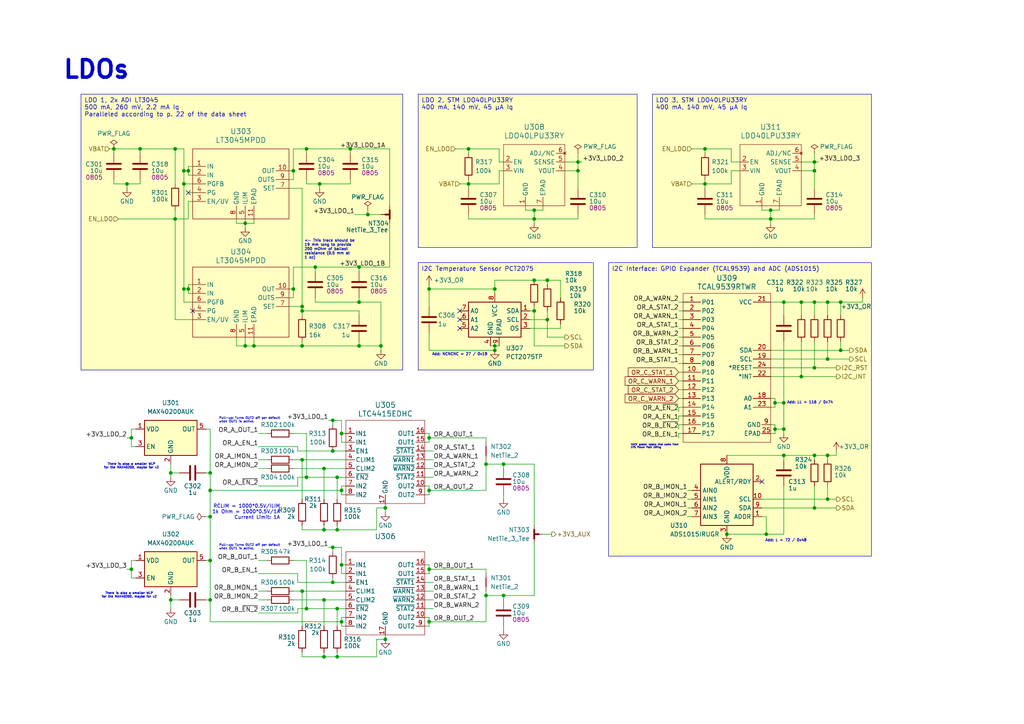
<source format=kicad_sch>
(kicad_sch (version 20250114) (generator "eeschema") (generator_version "9.0")
  (paper "A4")
  (title_block (title "bac EPS v1") (date "2024-09-30") (rev "1") (company "Build a CubeSat") (comment 1 "Manuel Imboden") (comment 2 "CC BY-SA 4.0") (comment 3 "https://buildacubesat.space"))
  (text "Pull-up: Turns OUT2 off per default\nwhen OUT1 is active." (at 63.5 158.75 0) (effects (font (size 0.635 0.635) (bold yes)) (justify left)))
  (text "Pull-up: Turns OUT2 off per default\nwhen OUT1 is active." (at 63.5 121.92 0) (effects (font (size 0.635 0.635) (bold yes)) (justify left)))
  (text "HACK global labels that come from\nEPS Power Path ORing" (at 182.88 129.54 0) (effects (font (size 0.508 0.508)) (justify left)))
  (text "LDOs" (at 27.94 20.32 0) (effects (font (size 5.08 5.08) (thickness 1.016) (bold yes))))
  (text "Add: NCNCNC = 27 / 0x1B" (at 133.35 102.87 0) (effects (font (size 0.762 0.762))))
  (text "RCLIM = 1000*0.5V/ILIM\n1k Ohm = 1000*0.5V/1A\nCurrent Limit: 1A" (at 81.28 148.59 0) (effects (font (size 1.016 1.016)) (justify right)))
  (text "There is also a smaller WLP\nfor the MAX40200, maybe for v2" (at 38.1 135.255 0) (effects (font (size 0.635 0.635))))
  (text "Add: LL = 116 / 0x74" (at 234.95 116.84 0) (effects (font (size 0.762 0.762))))
  (text "Add: L = 72 / 0x48" (at 227.965 156.845 0) (effects (font (size 0.762 0.762))))
  (text "There is also a smaller WLP\nfor the MAX40200, maybe for v2" (at 37.465 172.72 0) (effects (font (size 0.635 0.635))))
  (text "<- This trace should be\n19 mm long to provide \n200 mOhm of ballast\nresistance (0.5 mm at\n1 oz)" (at 88.265 72.39 0) (effects (font (size 0.762 0.762)) (justify left)))
  (text_box "I2C Interface: GPIO Expander (TCAL9539) and ADC (ADS1015)" (at 176.53 76.2 0) (size 76.2 85.09) (margins 0.9525 0.9525 0.9525 0.9525) (fill (type color) (color 255 255 194 1)) (effects (font (size 1.27 1.27)) (justify left top)))
  (text_box "LDO 1, 2x ADI LT3045\n500 mA, 260 mV, 2.2 mA Iq\nParalleled according to p. 22 of the data sheet" (at 23.495 27.305 0) (size 93.345 80.01) (margins 0.9525 0.9525 0.9525 0.9525) (fill (type color) (color 255 255 194 1)) (effects (font (size 1.27 1.27)) (justify left top)))
  (text_box "I2C Temperature Sensor PCT2075" (at 121.285 76.2 0) (size 50.8 31.115) (margins 0.9525 0.9525 0.9525 0.9525) (fill (type color) (color 255 255 194 1)) (effects (font (size 1.27 1.27)) (justify left top)))
  (text_box "LDO 2, STM LDO40LPU33RY\n400 mA, 140 mV, 45 μA Iq" (at 121.285 27.305 0) (size 63.5 44.45) (margins 0.9525 0.9525 0.9525 0.9525) (fill (type color) (color 255 255 194 1)) (effects (font (size 1.27 1.27)) (justify left top)))
  (text_box "LDO 3, STM LDO40LPU33RY\n400 mA, 140 mV, 45 μA Iq" (at 189.23 27.305 0) (size 63.5 44.45) (margins 0.9525 0.9525 0.9525 0.9525) (fill (type color) (color 255 255 194 1)) (effects (font (size 1.27 1.27)) (justify left top)))
  (junction (at 227.33 116.84))
  (junction (at 33.02 43.18))
  (junction (at 92.71 53.34))
  (junction (at 236.22 132.08))
  (junction (at 87.63 100.33))
  (junction (at 124.46 127))
  (junction (at 50.8 63.5))
  (junction (at 140.97 134.62))
  (junction (at 104.14 77.47))
  (junction (at 124.46 142.24))
  (junction (at 227.33 132.08))
  (junction (at 97.79 153.67))
  (junction (at 243.84 101.6))
  (junction (at 124.46 180.34))
  (junction (at 93.98 190.5))
  (junction (at 124.46 165.1))
  (junction (at 158.75 92.71))
  (junction (at 53.34 49.53))
  (junction (at 49.53 173.99))
  (junction (at 73.66 100.33))
  (junction (at 110.49 100.33))
  (junction (at 222.25 154.94))
  (junction (at 236.22 46.99))
  (junction (at 146.05 134.62))
  (junction (at 88.9 43.18))
  (junction (at 204.47 43.18))
  (junction (at 87.63 171.45))
  (junction (at 223.52 60.96))
  (junction (at 106.68 62.23))
  (junction (at 54.61 83.82))
  (junction (at 154.94 63.5))
  (junction (at 111.76 147.32))
  (junction (at 97.79 190.5))
  (junction (at 243.84 87.63))
  (junction (at 71.12 100.33))
  (junction (at 99.06 142.24))
  (junction (at 97.79 176.53))
  (junction (at 93.98 153.67))
  (junction (at 236.22 106.68))
  (junction (at 36.83 53.34))
  (junction (at 87.63 88.9))
  (junction (at 167.64 49.53))
  (junction (at 91.44 77.47))
  (junction (at 53.34 83.82))
  (junction (at 60.96 173.99))
  (junction (at 158.75 81.28))
  (junction (at 240.03 104.14))
  (junction (at 240.03 132.08))
  (junction (at 97.79 138.43))
  (junction (at 236.22 147.32))
  (junction (at 38.1 127))
  (junction (at 111.76 185.42))
  (junction (at 232.41 87.63))
  (junction (at 60.96 137.16))
  (junction (at 154.94 60.96))
  (junction (at 223.52 63.5))
  (junction (at 101.6 43.18))
  (junction (at 146.05 172.72))
  (junction (at 40.64 43.18))
  (junction (at 240.03 87.63))
  (junction (at 143.51 100.33))
  (junction (at 88.9 176.53))
  (junction (at 88.9 138.43))
  (junction (at 96.52 158.75))
  (junction (at 135.89 53.34))
  (junction (at 96.52 121.92))
  (junction (at 224.79 124.46))
  (junction (at 49.53 137.16))
  (junction (at 60.96 142.24))
  (junction (at 154.94 90.17))
  (junction (at 60.96 162.56))
  (junction (at 93.98 173.99))
  (junction (at 143.51 101.6))
  (junction (at 71.12 64.77))
  (junction (at 50.8 43.18))
  (junction (at 60.96 149.86))
  (junction (at 54.61 49.53))
  (junction (at 154.94 81.28))
  (junction (at 99.06 180.34))
  (junction (at 240.03 144.78))
  (junction (at 38.1 165.1))
  (junction (at 99.06 163.83))
  (junction (at 87.63 133.35))
  (junction (at 93.98 135.89))
  (junction (at 96.52 130.81))
  (junction (at 143.51 83.82))
  (junction (at 236.22 87.63))
  (junction (at 232.41 109.22))
  (junction (at 224.79 116.84))
  (junction (at 53.34 53.34))
  (junction (at 85.09 83.82))
  (junction (at 87.63 90.17))
  (junction (at 104.14 87.63))
  (junction (at 204.47 53.34))
  (junction (at 124.46 83.82))
  (junction (at 210.82 154.94))
  (junction (at 236.22 49.53))
  (junction (at 227.33 87.63))
  (junction (at 167.64 46.99))
  (junction (at 227.33 124.46))
  (junction (at 99.06 125.73))
  (junction (at 85.09 49.53))
  (junction (at 140.97 172.72))
  (junction (at 135.89 43.18))
  (junction (at 104.14 100.33))
  (junction (at 96.52 168.91))
  (no_connect (at 133.35 92.71))
  (no_connect (at 220.98 139.7))
  (no_connect (at 55.88 90.17))
  (no_connect (at 133.35 95.25))
  (no_connect (at 133.35 90.17))
  (no_connect (at 54.61 55.88))
  (wire (pts (xy 222.25 154.94) (xy 210.82 154.94)))
  (wire (pts (xy 167.64 62.23) (xy 167.64 63.5)))
  (wire (pts (xy 143.51 100.33) (xy 143.51 101.6)))
  (wire (pts (xy 196.85 118.11) (xy 198.12 118.11)))
  (wire (pts (xy 92.71 53.34) (xy 92.71 54.61)))
  (wire (pts (xy 104.14 100.33) (xy 110.49 100.33)))
  (wire (pts (xy 240.03 144.78) (xy 242.57 144.78)))
  (wire (pts (xy 125.73 176.53) (xy 123.19 176.53)))
  (wire (pts (xy 96.52 121.92) (xy 96.52 123.19)))
  (wire (pts (xy 85.09 171.45) (xy 87.63 171.45)))
  (wire (pts (xy 232.41 87.63) (xy 232.41 91.44)))
  (wire (pts (xy 100.33 168.91) (xy 96.52 168.91)))
  (wire (pts (xy 74.93 171.45) (xy 77.47 171.45)))
  (wire (pts (xy 226.06 60.96) (xy 226.06 59.69)))
  (wire (pts (xy 33.02 43.18) (xy 40.64 43.18)))
  (wire (pts (xy 99.06 163.83) (xy 99.06 166.37)))
  (wire (pts (xy 97.79 190.5) (xy 97.79 189.23)))
  (wire (pts (xy 91.44 87.63) (xy 104.14 87.63)))
  (wire (pts (xy 85.09 52.07) (xy 85.09 49.53)))
  (wire (pts (xy 86.36 176.53) (xy 88.9 176.53)))
  (wire (pts (xy 124.46 101.6) (xy 124.46 96.52)))
  (wire (pts (xy 85.09 49.53) (xy 85.09 43.18)))
  (wire (pts (xy 102.87 62.23) (xy 106.68 62.23)))
  (wire (pts (xy 204.47 63.5) (xy 204.47 62.23)))
  (wire (pts (xy 236.22 140.97) (xy 236.22 147.32)))
  (wire (pts (xy 167.64 46.99) (xy 168.91 46.99)))
  (wire (pts (xy 124.46 165.1) (xy 140.97 165.1)))
  (wire (pts (xy 220.98 59.69) (xy 220.98 60.96)))
  (wire (pts (xy 158.75 90.17) (xy 158.75 92.71)))
  (wire (pts (xy 93.98 153.67) (xy 97.79 153.67)))
  (wire (pts (xy 99.06 125.73) (xy 99.06 128.27)))
  (wire (pts (xy 125.73 130.81) (xy 123.19 130.81)))
  (wire (pts (xy 53.34 43.18) (xy 53.34 49.53)))
  (wire (pts (xy 158.75 81.28) (xy 154.94 81.28)))
  (wire (pts (xy 140.97 180.34) (xy 140.97 172.72)))
  (wire (pts (xy 97.79 176.53) (xy 100.33 176.53)))
  (wire (pts (xy 135.89 53.34) (xy 144.78 53.34)))
  (wire (pts (xy 49.53 134.62) (xy 49.53 137.16)))
  (wire (pts (xy 110.49 87.63) (xy 110.49 100.33)))
  (wire (pts (xy 236.22 106.68) (xy 242.57 106.68)))
  (wire (pts (xy 227.33 124.46) (xy 227.33 125.73)))
  (wire (pts (xy 60.96 162.56) (xy 60.96 173.99)))
  (wire (pts (xy 224.79 118.11) (xy 223.52 118.11)))
  (wire (pts (xy 60.96 142.24) (xy 60.96 149.86)))
  (wire (pts (xy 124.46 125.73) (xy 124.46 127)))
  (wire (pts (xy 143.51 100.33) (xy 144.78 100.33)))
  (wire (pts (xy 49.53 172.72) (xy 49.53 173.99)))
  (wire (pts (xy 227.33 116.84) (xy 227.33 124.46)))
  (wire (pts (xy 33.02 53.34) (xy 33.02 52.07)))
  (wire (pts (xy 199.39 142.24) (xy 200.66 142.24)))
  (wire (pts (xy 59.69 149.86) (xy 60.96 149.86)))
  (wire (pts (xy 243.84 87.63) (xy 243.84 91.44)))
  (wire (pts (xy 232.41 109.22) (xy 242.57 109.22)))
  (wire (pts (xy 236.22 44.45) (xy 236.22 46.99)))
  (wire (pts (xy 236.22 62.23) (xy 236.22 63.5)))
  (wire (pts (xy 87.63 153.67) (xy 93.98 153.67)))
  (wire (pts (xy 110.49 101.6) (xy 110.49 100.33)))
  (wire (pts (xy 204.47 63.5) (xy 223.52 63.5)))
  (wire (pts (xy 242.57 132.08) (xy 242.57 130.81)))
  (wire (pts (xy 99.06 142.24) (xy 99.06 140.97)))
  (wire (pts (xy 152.4 60.96) (xy 154.94 60.96)))
  (wire (pts (xy 50.8 63.5) (xy 54.61 63.5)))
  (wire (pts (xy 96.52 158.75) (xy 99.06 158.75)))
  (wire (pts (xy 123.19 143.51) (xy 124.46 143.51)))
  (wire (pts (xy 73.66 100.33) (xy 87.63 100.33)))
  (wire (pts (xy 167.64 49.53) (xy 167.64 54.61)))
  (wire (pts (xy 60.96 142.24) (xy 99.06 142.24)))
  (wire (pts (xy 196.85 97.79) (xy 198.12 97.79)))
  (wire (pts (xy 36.83 127) (xy 38.1 127)))
  (wire (pts (xy 135.89 43.18) (xy 135.89 44.45)))
  (wire (pts (xy 124.46 165.1) (xy 124.46 166.37)))
  (wire (pts (xy 236.22 87.63) (xy 240.03 87.63)))
  (wire (pts (xy 87.63 54.61) (xy 83.82 54.61)))
  (wire (pts (xy 224.79 124.46) (xy 227.33 124.46)))
  (wire (pts (xy 125.73 168.91) (xy 123.19 168.91)))
  (wire (pts (xy 157.48 154.94) (xy 160.02 154.94)))
  (wire (pts (xy 54.61 82.55) (xy 55.88 82.55)))
  (wire (pts (xy 99.06 179.07) (xy 99.06 180.34)))
  (wire (pts (xy 157.48 60.96) (xy 157.48 59.69)))
  (wire (pts (xy 125.73 171.45) (xy 123.19 171.45)))
  (wire (pts (xy 232.41 99.06) (xy 232.41 109.22)))
  (wire (pts (xy 196.85 100.33) (xy 198.12 100.33)))
  (wire (pts (xy 73.66 64.77) (xy 73.66 63.5)))
  (wire (pts (xy 87.63 99.06) (xy 87.63 100.33)))
  (wire (pts (xy 143.51 101.6) (xy 124.46 101.6)))
  (wire (pts (xy 210.82 132.08) (xy 227.33 132.08)))
  (wire (pts (xy 143.51 83.82) (xy 143.51 85.09)))
  (wire (pts (xy 71.12 63.5) (xy 71.12 64.77)))
  (wire (pts (xy 83.82 83.82) (xy 85.09 83.82)))
  (wire (pts (xy 104.14 90.17) (xy 104.14 91.44)))
  (wire (pts (xy 154.94 134.62) (xy 146.05 134.62)))
  (wire (pts (xy 87.63 171.45) (xy 100.33 171.45)))
  (wire (pts (xy 133.35 53.34) (xy 135.89 53.34)))
  (wire (pts (xy 88.9 176.53) (xy 88.9 162.56)))
  (wire (pts (xy 91.44 87.63) (xy 91.44 86.36)))
  (wire (pts (xy 154.94 100.33) (xy 163.83 100.33)))
  (wire (pts (xy 153.67 95.25) (xy 162.56 95.25)))
  (wire (pts (xy 140.97 166.37) (xy 140.97 165.1)))
  (wire (pts (xy 224.79 123.19) (xy 224.79 124.46)))
  (wire (pts (xy 109.22 153.67) (xy 97.79 153.67)))
  (wire (pts (xy 96.52 158.75) (xy 96.52 160.02)))
  (wire (pts (xy 124.46 180.34) (xy 124.46 181.61)))
  (wire (pts (xy 111.76 147.32) (xy 111.76 148.59)))
  (wire (pts (xy 74.93 173.99) (xy 77.47 173.99)))
  (wire (pts (xy 144.78 49.53) (xy 144.78 53.34)))
  (wire (pts (xy 96.52 121.92) (xy 99.06 121.92)))
  (wire (pts (xy 124.46 127) (xy 140.97 127)))
  (wire (pts (xy 74.93 166.37) (xy 86.36 166.37)))
  (wire (pts (xy 71.12 97.79) (xy 71.12 100.33)))
  (wire (pts (xy 240.03 104.14) (xy 246.38 104.14)))
  (wire (pts (xy 152.4 60.96) (xy 152.4 59.69)))
  (wire (pts (xy 93.98 190.5) (xy 93.98 189.23)))
  (wire (pts (xy 224.79 116.84) (xy 227.33 116.84)))
  (wire (pts (xy 196.85 102.87) (xy 198.12 102.87)))
  (wire (pts (xy 87.63 190.5) (xy 93.98 190.5)))
  (wire (pts (xy 50.8 43.18) (xy 50.8 53.34)))
  (wire (pts (xy 53.34 83.82) (xy 53.34 87.63)))
  (wire (pts (xy 113.03 43.18) (xy 113.03 59.69)))
  (wire (pts (xy 33.02 53.34) (xy 36.83 53.34)))
  (wire (pts (xy 88.9 53.34) (xy 88.9 52.07)))
  (wire (pts (xy 73.66 100.33) (xy 73.66 97.79)))
  (wire (pts (xy 54.61 48.26) (xy 54.61 49.53)))
  (wire (pts (xy 85.09 173.99) (xy 93.98 173.99)))
  (wire (pts (xy 142.24 100.33) (xy 143.51 100.33)))
  (wire (pts (xy 196.85 118.11) (xy 196.85 119.38)))
  (wire (pts (xy 50.8 60.96) (xy 50.8 63.5)))
  (wire (pts (xy 196.85 113.03) (xy 198.12 113.03)))
  (wire (pts (xy 199.39 147.32) (xy 200.66 147.32)))
  (wire (pts (xy 34.29 63.5) (xy 50.8 63.5)))
  (wire (pts (xy 87.63 90.17) (xy 87.63 91.44)))
  (wire (pts (xy 99.06 158.75) (xy 99.06 163.83)))
  (wire (pts (xy 68.58 64.77) (xy 71.12 64.77)))
  (wire (pts (xy 154.94 90.17) (xy 154.94 100.33)))
  (wire (pts (xy 196.85 125.73) (xy 196.85 127)))
  (wire (pts (xy 204.47 43.18) (xy 204.47 44.45)))
  (wire (pts (xy 204.47 54.61) (xy 204.47 53.34)))
  (wire (pts (xy 87.63 189.23) (xy 87.63 190.5)))
  (wire (pts (xy 55.88 85.09) (xy 54.61 85.09)))
  (wire (pts (xy 236.22 132.08) (xy 236.22 133.35)))
  (wire (pts (xy 204.47 52.07) (xy 204.47 53.34)))
  (wire (pts (xy 158.75 81.28) (xy 158.75 82.55)))
  (wire (pts (xy 240.03 87.63) (xy 243.84 87.63)))
  (wire (pts (xy 232.41 49.53) (xy 236.22 49.53)))
  (wire (pts (xy 59.69 162.56) (xy 60.96 162.56)))
  (wire (pts (xy 85.09 77.47) (xy 85.09 83.82)))
  (wire (pts (xy 227.33 91.44) (xy 227.33 87.63)))
  (wire (pts (xy 124.46 127) (xy 124.46 128.27)))
  (wire (pts (xy 100.33 140.97) (xy 99.06 140.97)))
  (wire (pts (xy 96.52 168.91) (xy 96.52 167.64)))
  (wire (pts (xy 140.97 142.24) (xy 140.97 134.62)))
  (wire (pts (xy 223.52 115.57) (xy 224.79 115.57)))
  (wire (pts (xy 154.94 88.9) (xy 154.94 90.17)))
  (wire (pts (xy 106.68 60.96) (xy 106.68 62.23)))
  (wire (pts (xy 223.52 63.5) (xy 223.52 60.96)))
  (wire (pts (xy 99.06 166.37) (xy 100.33 166.37)))
  (wire (pts (xy 220.98 144.78) (xy 240.03 144.78)))
  (wire (pts (xy 36.83 165.1) (xy 38.1 165.1)))
  (wire (pts (xy 52.07 173.99) (xy 49.53 173.99)))
  (wire (pts (xy 250.19 87.63) (xy 250.19 86.36)))
  (wire (pts (xy 199.39 149.86) (xy 200.66 149.86)))
  (wire (pts (xy 224.79 115.57) (xy 224.79 116.84)))
  (wire (pts (xy 236.22 87.63) (xy 236.22 91.44)))
  (wire (pts (xy 124.46 166.37) (xy 123.19 166.37)))
  (wire (pts (xy 162.56 95.25) (xy 162.56 93.98)))
  (wire (pts (xy 86.36 130.81) (xy 96.52 130.81)))
  (wire (pts (xy 199.39 144.78) (xy 200.66 144.78)))
  (wire (pts (xy 236.22 132.08) (xy 240.03 132.08)))
  (wire (pts (xy 223.52 63.5) (xy 236.22 63.5)))
  (wire (pts (xy 140.97 128.27) (xy 140.97 127)))
  (wire (pts (xy 50.8 43.18) (xy 53.34 43.18)))
  (wire (pts (xy 60.96 180.34) (xy 99.06 180.34)))
  (wire (pts (xy 240.03 132.08) (xy 240.03 133.35)))
  (wire (pts (xy 227.33 154.94) (xy 222.25 154.94)))
  (wire (pts (xy 88.9 43.18) (xy 101.6 43.18)))
  (wire (pts (xy 85.09 43.18) (xy 88.9 43.18)))
  (wire (pts (xy 74.93 140.97) (xy 86.36 140.97)))
  (wire (pts (xy 196.85 110.49) (xy 198.12 110.49)))
  (wire (pts (xy 158.75 97.79) (xy 163.83 97.79)))
  (wire (pts (xy 83.82 49.53) (xy 85.09 49.53)))
  (wire (pts (xy 109.22 147.32) (xy 111.76 147.32)))
  (wire (pts (xy 146.05 182.88) (xy 146.05 181.61)))
  (wire (pts (xy 111.76 146.05) (xy 111.76 147.32)))
  (wire (pts (xy 74.93 177.8) (xy 86.36 177.8)))
  (wire (pts (xy 74.93 162.56) (xy 77.47 162.56)))
  (wire (pts (xy 93.98 135.89) (xy 100.33 135.89)))
  (wire (pts (xy 143.51 81.28) (xy 143.51 83.82)))
  (wire (pts (xy 167.64 46.99) (xy 167.64 49.53)))
  (wire (pts (xy 97.79 176.53) (xy 97.79 181.61)))
  (wire (pts (xy 59.69 173.99) (xy 60.96 173.99)))
  (wire (pts (xy 59.69 137.16) (xy 60.96 137.16)))
  (wire (pts (xy 88.9 53.34) (xy 92.71 53.34)))
  (wire (pts (xy 53.34 53.34) (xy 53.34 83.82)))
  (wire (pts (xy 33.02 44.45) (xy 33.02 43.18)))
  (wire (pts (xy 220.98 149.86) (xy 222.25 149.86)))
  (wire (pts (xy 104.14 87.63) (xy 104.14 86.36)))
  (wire (pts (xy 167.64 44.45) (xy 167.64 46.99)))
  (wire (pts (xy 101.6 43.18) (xy 101.6 44.45)))
  (wire (pts (xy 154.94 90.17) (xy 153.67 90.17)))
  (wire (pts (xy 154.94 63.5) (xy 154.94 60.96)))
  (wire (pts (xy 87.63 152.4) (xy 87.63 153.67)))
  (wire (pts (xy 123.19 179.07) (xy 124.46 179.07)))
  (wire (pts (xy 196.85 120.65) (xy 198.12 120.65)))
  (wire (pts (xy 236.22 46.99) (xy 236.22 49.53)))
  (wire (pts (xy 87.63 133.35) (xy 87.63 144.78)))
  (wire (pts (xy 87.63 133.35) (xy 100.33 133.35)))
  (wire (pts (xy 223.52 60.96) (xy 226.06 60.96)))
  (wire (pts (xy 124.46 142.24) (xy 140.97 142.24)))
  (wire (pts (xy 99.06 181.61) (xy 100.33 181.61)))
  (wire (pts (xy 196.85 87.63) (xy 198.12 87.63)))
  (wire (pts (xy 50.8 63.5) (xy 50.8 92.71)))
  (wire (pts (xy 196.85 120.65) (xy 196.85 121.92)))
  (wire (pts (xy 53.34 53.34) (xy 55.88 53.34)))
  (wire (pts (xy 40.64 53.34) (xy 40.64 52.07)))
  (wire (pts (xy 154.94 60.96) (xy 157.48 60.96)))
  (wire (pts (xy 99.06 180.34) (xy 99.06 181.61)))
  (wire (pts (xy 240.03 99.06) (xy 240.03 104.14)))
  (wire (pts (xy 243.84 87.63) (xy 250.19 87.63)))
  (wire (pts (xy 125.73 138.43) (xy 123.19 138.43)))
  (wire (pts (xy 38.1 162.56) (xy 39.37 162.56)))
  (wire (pts (xy 223.52 87.63) (xy 227.33 87.63)))
  (wire (pts (xy 68.58 63.5) (xy 68.58 64.77)))
  (wire (pts (xy 92.71 53.34) (xy 101.6 53.34)))
  (wire (pts (xy 154.94 134.62) (xy 154.94 152.4)))
  (wire (pts (xy 140.97 134.62) (xy 140.97 133.35)))
  (wire (pts (xy 224.79 116.84) (xy 224.79 118.11)))
  (wire (pts (xy 91.44 77.47) (xy 104.14 77.47)))
  (wire (pts (xy 146.05 135.89) (xy 146.05 134.62)))
  (wire (pts (xy 74.93 135.89) (xy 77.47 135.89)))
  (wire (pts (xy 93.98 173.99) (xy 93.98 181.61)))
  (wire (pts (xy 125.73 133.35) (xy 123.19 133.35)))
  (wire (pts (xy 113.03 64.77) (xy 113.03 77.47)))
  (wire (pts (xy 54.61 58.42) (xy 54.61 63.5)))
  (wire (pts (xy 232.41 46.99) (xy 236.22 46.99)))
  (wire (pts (xy 223.52 106.68) (xy 236.22 106.68)))
  (wire (pts (xy 124.46 83.82) (xy 124.46 88.9)))
  (wire (pts (xy 86.36 138.43) (xy 86.36 140.97)))
  (wire (pts (xy 88.9 138.43) (xy 86.36 138.43)))
  (wire (pts (xy 236.22 99.06) (xy 236.22 106.68)))
  (wire (pts (xy 124.46 82.55) (xy 124.46 83.82)))
  (wire (pts (xy 212.09 49.53) (xy 212.09 53.34)))
  (wire (pts (xy 140.97 172.72) (xy 140.97 171.45)))
  (wire (pts (xy 88.9 176.53) (xy 97.79 176.53)))
  (wire (pts (xy 236.22 46.99) (xy 237.49 46.99)))
  (wire (pts (xy 88.9 43.18) (xy 88.9 44.45)))
  (wire (pts (xy 97.79 138.43) (xy 88.9 138.43)))
  (wire (pts (xy 123.19 140.97) (xy 124.46 140.97)))
  (wire (pts (xy 97.79 138.43) (xy 97.79 144.78)))
  (wire (pts (xy 140.97 172.72) (xy 146.05 172.72)))
  (wire (pts (xy 220.98 60.96) (xy 223.52 60.96)))
  (wire (pts (xy 53.34 49.53) (xy 53.34 53.34)))
  (wire (pts (xy 124.46 180.34) (xy 140.97 180.34)))
  (wire (pts (xy 88.9 138.43) (xy 88.9 125.73)))
  (wire (pts (xy 39.37 167.64) (xy 38.1 167.64)))
  (wire (pts (xy 109.22 185.42) (xy 109.22 190.5)))
  (wire (pts (xy 104.14 77.47) (xy 104.14 78.74)))
  (wire (pts (xy 96.52 130.81) (xy 100.33 130.81)))
  (wire (pts (xy 60.96 124.46) (xy 59.69 124.46)))
  (wire (pts (xy 50.8 92.71) (xy 55.88 92.71)))
  (wire (pts (xy 101.6 43.18) (xy 113.03 43.18)))
  (wire (pts (xy 71.12 66.04) (xy 71.12 64.77)))
  (wire (pts (xy 232.41 87.63) (xy 236.22 87.63)))
  (wire (pts (xy 71.12 100.33) (xy 73.66 100.33)))
  (wire (pts (xy 99.06 143.51) (xy 100.33 143.51)))
  (wire (pts (xy 220.98 147.32) (xy 236.22 147.32)))
  (wire (pts (xy 39.37 129.54) (xy 38.1 129.54)))
  (wire (pts (xy 86.36 130.81) (xy 86.36 129.54)))
  (wire (pts (xy 162.56 86.36) (xy 162.56 81.28)))
  (wire (pts (xy 100.33 179.07) (xy 99.06 179.07)))
  (wire (pts (xy 91.44 78.74) (xy 91.44 77.47)))
  (wire (pts (xy 60.96 124.46) (xy 60.96 137.16)))
  (wire (pts (xy 55.88 48.26) (xy 54.61 48.26)))
  (wire (pts (xy 135.89 63.5) (xy 135.89 62.23)))
  (wire (pts (xy 200.66 53.34) (xy 204.47 53.34)))
  (wire (pts (xy 135.89 52.07) (xy 135.89 53.34)))
  (wire (pts (xy 38.1 165.1) (xy 38.1 162.56)))
  (wire (pts (xy 224.79 124.46) (xy 224.79 125.73)))
  (wire (pts (xy 111.76 184.15) (xy 111.76 185.42)))
  (wire (pts (xy 143.51 81.28) (xy 154.94 81.28)))
  (wire (pts (xy 204.47 53.34) (xy 212.09 53.34)))
  (wire (pts (xy 86.36 168.91) (xy 96.52 168.91)))
  (wire (pts (xy 93.98 190.5) (xy 97.79 190.5)))
  (wire (pts (xy 196.85 123.19) (xy 196.85 124.46)))
  (wire (pts (xy 36.83 53.34) (xy 40.64 53.34)))
  (wire (pts (xy 60.96 137.16) (xy 60.96 142.24)))
  (wire (pts (xy 38.1 124.46) (xy 38.1 127)))
  (wire (pts (xy 93.98 135.89) (xy 93.98 144.78)))
  (wire (pts (xy 60.96 149.86) (xy 60.96 162.56)))
  (wire (pts (xy 223.52 123.19) (xy 224.79 123.19)))
  (wire (pts (xy 124.46 142.24) (xy 124.46 143.51)))
  (wire (pts (xy 154.94 63.5) (xy 167.64 63.5)))
  (wire (pts (xy 124.46 181.61) (xy 123.19 181.61)))
  (wire (pts (xy 124.46 140.97) (xy 124.46 142.24)))
  (wire (pts (xy 124.46 163.83) (xy 124.46 165.1)))
  (wire (pts (xy 143.51 83.82) (xy 124.46 83.82)))
  (wire (pts (xy 74.93 133.35) (xy 77.47 133.35)))
  (wire (pts (xy 31.75 43.18) (xy 33.02 43.18)))
  (wire (pts (xy 123.19 125.73) (xy 124.46 125.73)))
  (wire (pts (xy 104.14 100.33) (xy 104.14 99.06)))
  (wire (pts (xy 240.03 87.63) (xy 240.03 91.44)))
  (wire (pts (xy 227.33 132.08) (xy 227.33 133.35)))
  (wire (pts (xy 146.05 172.72) (xy 154.94 172.72)))
  (wire (pts (xy 100.33 163.83) (xy 99.06 163.83)))
  (wire (pts (xy 212.09 46.99) (xy 214.63 46.99)))
  (wire (pts (xy 40.64 43.18) (xy 50.8 43.18)))
  (wire (pts (xy 222.25 149.86) (xy 222.25 154.94)))
  (wire (pts (xy 54.61 55.88) (xy 55.88 55.88)))
  (wire (pts (xy 135.89 54.61) (xy 135.89 53.34)))
  (wire (pts (xy 223.52 104.14) (xy 240.03 104.14)))
  (wire (pts (xy 87.63 88.9) (xy 87.63 90.17)))
  (wire (pts (xy 54.61 83.82) (xy 54.61 82.55)))
  (wire (pts (xy 40.64 43.18) (xy 40.64 44.45)))
  (wire (pts (xy 101.6 53.34) (xy 101.6 52.07)))
  (wire (pts (xy 100.33 125.73) (xy 99.06 125.73)))
  (wire (pts (xy 99.06 142.24) (xy 99.06 143.51)))
  (wire (pts (xy 223.52 64.77) (xy 223.52 63.5)))
  (wire (pts (xy 83.82 52.07) (xy 85.09 52.07)))
  (wire (pts (xy 93.98 153.67) (xy 93.98 152.4)))
  (wire (pts (xy 53.34 83.82) (xy 54.61 83.82)))
  (wire (pts (xy 158.75 92.71) (xy 158.75 97.79)))
  (wire (pts (xy 163.83 46.99) (xy 167.64 46.99)))
  (wire (pts (xy 146.05 144.78) (xy 146.05 143.51)))
  (wire (pts (xy 146.05 173.99) (xy 146.05 172.72)))
  (wire (pts (xy 85.09 133.35) (xy 87.63 133.35)))
  (wire (pts (xy 154.94 157.48) (xy 154.94 172.72)))
  (wire (pts (xy 158.75 92.71) (xy 153.67 92.71)))
  (wire (pts (xy 196.85 105.41) (xy 198.12 105.41)))
  (wire (pts (xy 162.56 81.28) (xy 158.75 81.28)))
  (wire (pts (xy 88.9 162.56) (xy 85.09 162.56)))
  (wire (pts (xy 144.78 43.18) (xy 144.78 46.99)))
  (wire (pts (xy 104.14 77.47) (xy 113.03 77.47)))
  (wire (pts (xy 224.79 125.73) (xy 223.52 125.73)))
  (wire (pts (xy 38.1 124.46) (xy 39.37 124.46)))
  (wire (pts (xy 38.1 167.64) (xy 38.1 165.1)))
  (wire (pts (xy 146.05 49.53) (xy 144.78 49.53)))
  (wire (pts (xy 144.78 46.99) (xy 146.05 46.99)))
  (wire (pts (xy 227.33 99.06) (xy 227.33 116.84)))
  (wire (pts (xy 53.34 49.53) (xy 54.61 49.53)))
  (wire (pts (xy 93.98 173.99) (xy 100.33 173.99)))
  (wire (pts (xy 223.52 109.22) (xy 232.41 109.22)))
  (wire (pts (xy 38.1 129.54) (xy 38.1 127)))
  (wire (pts (xy 99.06 121.92) (xy 99.06 125.73)))
  (wire (pts (xy 95.25 158.75) (xy 96.52 158.75)))
  (wire (pts (xy 106.68 62.23) (xy 110.49 62.23)))
  (wire (pts (xy 196.85 123.19) (xy 198.12 123.19)))
  (wire (pts (xy 87.63 54.61) (xy 87.63 88.9)))
  (wire (pts (xy 196.85 95.25) (xy 198.12 95.25)))
  (wire (pts (xy 223.52 101.6) (xy 243.84 101.6)))
  (wire (pts (xy 36.83 53.34) (xy 36.83 54.61)))
  (wire (pts (xy 52.07 137.16) (xy 49.53 137.16)))
  (wire (pts (xy 135.89 43.18) (xy 144.78 43.18)))
  (wire (pts (xy 53.34 87.63) (xy 55.88 87.63)))
  (wire (pts (xy 240.03 132.08) (xy 242.57 132.08)))
  (wire (pts (xy 49.53 173.99) (xy 49.53 176.53)))
  (wire (pts (xy 236.22 147.32) (xy 242.57 147.32)))
  (wire (pts (xy 99.06 128.27) (xy 100.33 128.27)))
  (wire (pts (xy 204.47 43.18) (xy 212.09 43.18)))
  (wire (pts (xy 109.22 147.32) (xy 109.22 153.67)))
  (wire (pts (xy 83.82 86.36) (xy 85.09 86.36)))
  (wire (pts (xy 214.63 49.53) (xy 212.09 49.53)))
  (wire (pts (xy 135.89 63.5) (xy 154.94 63.5)))
  (wire (pts (xy 124.46 179.07) (xy 124.46 180.34)))
  (wire (pts (xy 227.33 132.08) (xy 236.22 132.08)))
  (wire (pts (xy 125.73 135.89) (xy 123.19 135.89)))
  (wire (pts (xy 104.14 87.63) (xy 110.49 87.63)))
  (wire (pts (xy 87.63 171.45) (xy 87.63 181.61)))
  (wire (pts (xy 49.53 137.16) (xy 49.53 138.43)))
  (wire (pts (xy 196.85 125.73) (xy 198.12 125.73)))
  (wire (pts (xy 54.61 50.8) (xy 55.88 50.8)))
  (wire (pts (xy 227.33 140.97) (xy 227.33 154.94)))
  (wire (pts (xy 86.36 176.53) (xy 86.36 177.8)))
  (wire (pts (xy 109.22 185.42) (xy 111.76 185.42)))
  (wire (pts (xy 85.09 77.47) (xy 91.44 77.47)))
  (wire (pts (xy 243.84 99.06) (xy 243.84 101.6)))
  (wire (pts (xy 74.93 129.54) (xy 86.36 129.54)))
  (wire (pts (xy 132.08 43.18) (xy 135.89 43.18)))
  (wire (pts (xy 196.85 115.57) (xy 198.12 115.57)))
  (wire (pts (xy 97.79 138.43) (xy 100.33 138.43)))
  (wire (pts (xy 68.58 100.33) (xy 71.12 100.33)))
  (wire (pts (xy 60.96 173.99) (xy 60.96 180.34)))
  (wire (pts (xy 240.03 140.97) (xy 240.03 144.78)))
  (wire (pts (xy 243.84 101.6) (xy 246.38 101.6)))
  (wire (pts (xy 95.25 121.92) (xy 96.52 121.92)))
  (wire (pts (xy 85.09 135.89) (xy 93.98 135.89)))
  (wire (pts (xy 154.94 64.77) (xy 154.94 63.5)))
  (wire (pts (xy 227.33 87.63) (xy 232.41 87.63)))
  (wire (pts (xy 87.63 90.17) (xy 104.14 90.17)))
  (wire (pts (xy 212.09 43.18) (xy 212.09 46.99)))
  (wire (pts (xy 196.85 107.95) (xy 198.12 107.95)))
  (wire (pts (xy 123.19 128.27) (xy 124.46 128.27)))
  (wire (pts (xy 140.97 134.62) (xy 146.05 134.62)))
  (wire (pts (xy 74.93 125.73) (xy 77.47 125.73)))
  (wire (pts (xy 86.36 168.91) (xy 86.36 166.37)))
  (wire (pts (xy 236.22 49.53) (xy 236.22 54.61)))
  (wire (pts (xy 68.58 97.79) (xy 68.58 100.33)))
  (wire (pts (xy 54.61 49.53) (xy 54.61 50.8)))
  (wire (pts (xy 54.61 85.09) (xy 54.61 83.82)))
  (wire (pts (xy 71.12 64.77) (xy 73.66 64.77)))
  (wire (pts (xy 196.85 90.17) (xy 198.12 90.17)))
  (wire (pts (xy 85.09 83.82) (xy 85.09 86.36)))
  (wire (pts (xy 200.66 43.18) (xy 204.47 43.18)))
  (wire (pts (xy 97.79 153.67) (xy 97.79 152.4)))
  (wire (pts (xy 163.83 49.53) (xy 167.64 49.53)))
  (wire (pts (xy 87.63 100.33) (xy 104.14 100.33)))
  (wire (pts (xy 88.9 125.73) (xy 85.09 125.73)))
  (wire (pts (xy 196.85 92.71) (xy 198.12 92.71)))
  (wire (pts (xy 83.82 88.9) (xy 87.63 88.9)))
  (wire (pts (xy 109.22 190.5) (xy 97.79 190.5)))
  (wire (pts (xy 123.19 163.83) (xy 124.46 163.83)))
  (wire (pts (xy 125.73 173.99) (xy 123.19 173.99)))
  (wire (pts (xy 54.61 58.42) (xy 55.88 58.42)))
  (label "OR_B_IMON_2" (at 199.39 144.78 180))
  (label "OR_A_WARN_2" (at 125.73 138.43 0))
  (label "+3V3_LDO_1" (at 95.25 121.92 180))
  (label "OR_B_~{EN_2}" (at 196.85 124.46 180))
  (label "OR_A_OUT_1" (at 74.93 125.73 180))
  (label "OR_B_IMON_2" (at 74.93 173.99 180))
  (label "OR_B_IMON_1" (at 74.93 171.45 180))
  (label "OR_B_EN_1" (at 74.93 166.37 180))
  (label "OR_B_WARN_2" (at 196.85 97.79 180))
  (label "OR_A_STAT_1" (at 125.73 130.81 0))
  (label "OR_B_~{EN_2}" (at 74.93 177.8 180))
  (label "OR_A_STAT_2" (at 196.85 90.17 180))
  (label "OR_A_WARN_1" (at 125.73 133.35 0))
  (label "OR_B_WARN_1" (at 125.73 171.45 0))
  (label "OR_A_IMON_2" (at 199.39 149.86 180))
  (label "OR_B_WARN_2" (at 125.73 176.53 0))
  (label "+3V3_LDO_1" (at 102.87 62.23 180))
  (label "OR_B_IMON_1" (at 199.39 142.24 180))
  (label "OR_B_STAT_1" (at 125.73 168.91 0))
  (label "OR_A_EN_1" (at 74.93 129.54 180))
  (label "OR_B_STAT_1" (at 196.85 105.41 180))
  (label "OR_B_STAT_2" (at 196.85 100.33 180))
  (label "OR_A_WARN_1" (at 196.85 92.71 180))
  (label "OR_B_WARN_1" (at 196.85 102.87 180))
  (label "OR_A_EN_1" (at 196.85 121.92 180))
  (label "OR_B_OUT_1" (at 74.93 162.56 180))
  (label "OR_A_STAT_2" (at 125.73 135.89 0))
  (label "+3V3_LDO_2" (at 36.83 127 180))
  (label "OR_A_WARN_2" (at 196.85 87.63 180))
  (label "OR_A_STAT_1" (at 196.85 95.25 180))
  (label "OR_B_EN_1" (at 196.85 127 180))
  (label "OR_A_OUT_2" (at 125.73 142.24 0))
  (label "OR_A_OUT_1" (at 125.73 127 0))
  (label "+3V3_LDO_1B" (at 111.76 77.47 180))
  (label "OR_A_~{EN_2}" (at 74.93 140.97 180))
  (label "OR_A_IMON_1" (at 199.39 147.32 180))
  (label "OR_B_OUT_1" (at 125.73 165.1 0))
  (label "OR_A_IMON_2" (at 74.93 135.89 180))
  (label "OR_B_STAT_2" (at 125.73 173.99 0))
  (label "+3V3_LDO_1A" (at 111.76 43.18 180))
  (label "OR_A_IMON_1" (at 74.93 133.35 180))
  (label "+3V3_LDO_3" (at 237.49 46.99 0))
  (label "+3V3_LDO_2" (at 168.91 46.99 0))
  (label "+3V3_LDO_1" (at 95.25 158.75 180))
  (label "OR_B_OUT_2" (at 125.73 180.34 0))
  (label "+3V3_LDO_3" (at 36.83 165.1 180))
  (label "OR_A_~{EN_2}" (at 196.85 119.38 180))
  (global_label "OR_C_WARN_2" (shape input) (at 196.85 115.57 180) (property "Intersheetrefs" "${INTERSHEET_REFS}" (effects (hide yes))))
  (global_label "OR_C_STAT_1" (shape input) (at 196.85 107.95 180) (property "Intersheetrefs" "${INTERSHEET_REFS}" (effects (hide yes))))
  (global_label "OR_C_WARN_1" (shape input) (at 196.85 110.49 180) (property "Intersheetrefs" "${INTERSHEET_REFS}" (effects (hide yes))))
  (global_label "OR_C_STAT_2" (shape input) (at 196.85 113.03 180) (property "Intersheetrefs" "${INTERSHEET_REFS}" (effects (hide yes))))
  (hierarchical_label "VBAT" (shape input) (at 133.35 53.34 180))
  (hierarchical_label "I2C_RST" (shape output) (at 242.57 106.68 0))
  (hierarchical_label "SCL" (shape output) (at 242.57 144.78 0))
  (hierarchical_label "EN_LDO" (shape input) (at 132.08 43.18 180))
  (hierarchical_label "EN_LDO" (shape input) (at 200.66 43.18 180))
  (hierarchical_label "SDA" (shape output) (at 242.57 147.32 0))
  (hierarchical_label "EN_LDO" (shape input) (at 34.29 63.5 180))
  (hierarchical_label "VBAT" (shape input) (at 200.66 53.34 180))
  (hierarchical_label "VBAT" (shape input) (at 31.75 43.18 180))
  (hierarchical_label "+3V3_AUX" (shape output) (at 160.02 154.94 0))
  (hierarchical_label "I2C_INT" (shape output) (at 242.57 109.22 0))
  (hierarchical_label "SDA" (shape output) (at 163.83 100.33 0))
  (hierarchical_label "SCL" (shape output) (at 163.83 97.79 0))
  (hierarchical_label "SCL" (shape output) (at 246.38 104.14 0))
  (hierarchical_label "SDA" (shape output) (at 246.38 101.6 0))
  (symbol (lib_id "Device:R") (at 243.84 95.25 0) (unit 1)
    (property "Reference" "R327" (at 245.11 81.915 0) (effects (justify left)))
    (property "Value" "10k" (at 245.11 83.82 0) (effects (justify left)))
    (property "Footprint" "Resistor_SMD:R_0603_1608Metric" (effects (hide yes)))
    (property "Description" "Resistor" (effects (hide yes)))
    (property "Package" "0603" (effects (hide yes)))
    (property "Tolerance" "5%" (effects (hide yes)))
    (property "Series" "E24" (effects (hide yes)))
  )
  (symbol (lib_id "power:GND") (at 210.82 154.94 0) (unit 1)
    (property "Reference" "#PWR0315" (effects (hide yes)))
    (property "Value" "GND" (at 210.82 158.75 0))
    (property "Description" "Power symbol creates a global label with name \"GND\" , ground" (effects (hide yes)))
  )
  (symbol (lib_id "power:GND") (at 49.53 138.43 0) (unit 1)
    (property "Reference" "#PWR0302" (effects (hide yes)))
    (property "Value" "GND" (at 49.53 142.24 0))
    (property "Description" "Power symbol creates a global label with name \"GND\" , ground" (effects (hide yes)))
  )
  (symbol (lib_id "Device:R") (at 162.56 90.17 0) (unit 1)
    (property "Reference" "R320" (at 166.37 88.265 0) (effects (justify left)))
    (property "Value" "10k" (at 166.37 90.17 0) (effects (justify left)))
    (property "Footprint" "Resistor_SMD:R_0603_1608Metric" (effects (hide yes)))
    (property "Description" "Resistor" (effects (hide yes)))
    (property "Package" "0603" (effects (hide yes)))
    (property "Tolerance" "5%" (effects (hide yes)))
    (property "Series" "E24" (effects (hide yes)))
  )
  (symbol (lib_id "Device:R") (at 87.63 95.25 0) (unit 1)
    (property "Reference" "R308" (at 89.535 94.615 0) (effects (justify left)))
    (property "Value" "16k" (at 89.535 97.155 0) (effects (justify left)))
    (property "Footprint" "Resistor_SMD:R_0603_1608Metric" (effects (hide yes)))
    (property "Description" "Resistor" (effects (hide yes)))
    (property "Package" "0603" (effects (hide yes)))
    (property "Tolerance" "0.5%" (effects (hide yes)))
    (property "Series" "E192" (effects (hide yes)))
  )
  (symbol (lib_id "Device:R") (at 81.28 173.99 90) (mirror x) (unit 1)
    (property "Reference" "R307" (at 78.105 176.53 90))
    (property "Value" "100k" (at 83.185 176.53 90))
    (property "Footprint" "Resistor_SMD:R_0603_1608Metric" (effects (hide yes)))
    (property "Description" "Resistor" (effects (hide yes)))
    (property "Package" "0603" (effects (hide yes)))
    (property "Tolerance" "10%" (effects (hide yes)))
    (property "Series" "E12" (effects (hide yes)))
  )
  (symbol (lib_id "Device:R") (at 81.28 135.89 90) (mirror x) (unit 1)
    (property "Reference" "R304" (at 78.105 138.43 90))
    (property "Value" "100k" (at 83.185 138.43 90))
    (property "Footprint" "Resistor_SMD:R_0603_1608Metric" (effects (hide yes)))
    (property "Description" "Resistor" (effects (hide yes)))
    (property "Package" "0603" (effects (hide yes)))
    (property "Tolerance" "10%" (effects (hide yes)))
    (property "Series" "E12" (effects (hide yes)))
  )
  (symbol (lib_id "Device:R") (at 240.03 137.16 0) (unit 1)
    (property "Reference" "R326" (at 241.935 135.89 0) (effects (justify left)))
    (property "Value" "10k" (at 241.935 137.795 0) (effects (justify left)))
    (property "Footprint" "Resistor_SMD:R_0603_1608Metric" (effects (hide yes)))
    (property "Description" "Resistor" (effects (hide yes)))
    (property "Package" "0603" (effects (hide yes)))
    (property "Tolerance" "5%" (effects (hide yes)))
    (property "Series" "E24" (effects (hide yes)))
  )
  (symbol (lib_id "bac EPS v1:ADI LT3045MPDD") (at 69.85 87.63 0) (unit 1)
    (property "Reference" "U304" (at 69.85 73.025 0) (effects (font (size 1.524 1.524))))
    (property "Value" "LT3045MPDD" (at 69.85 75.565 0) (effects (font (size 1.524 1.524))))
    (property "Footprint" "Package_DFN_QFN:DFN-10-1EP_3x3mm_P0.5mm_EP1.65x2.38mm_ThermalVias" (effects (hide yes)))
    (property "Datasheet" "https://www.analog.com/media/en/technical-documentation/data-sheets/LT3045.pdf" (effects (hide yes)))
    (property "Description" "20V, 500mA, Ultralow Noise, Ultrahigh PSRR Linear Regulator" (effects (hide yes)))
  )
  (symbol (lib_id "Device:R") (at 81.28 133.35 90) (unit 1)
    (property "Reference" "R303" (at 78.105 130.81 90))
    (property "Value" "100k" (at 83.185 130.81 90))
    (property "Footprint" "Resistor_SMD:R_0603_1608Metric" (effects (hide yes)))
    (property "Description" "Resistor" (effects (hide yes)))
    (property "Package" "0603" (effects (hide yes)))
    (property "Tolerance" "10%" (effects (hide yes)))
    (property "Series" "E12" (effects (hide yes)))
  )
  (symbol (lib_id "Device:C") (at 88.9 48.26 0) (mirror y) (unit 1)
    (property "Reference" "C304" (at 92.075 46.355 0) (effects (justify right)))
    (property "Value" "10u" (at 92.075 48.26 0) (effects (justify right)))
    (property "Footprint" "Capacitor_SMD:C_0805_2012Metric" (effects (hide yes)))
    (property "Description" "Unpolarized capacitor" (effects (hide yes)))
    (property "Package" "0805" (at 94.615 50.165 0))
    (property "Temperature Coefficient" "X7R" (effects (hide yes)))
    (property "Tolerance" "10%" (effects (hide yes)))
    (property "Rated Voltage" "25V" (effects (hide yes)))
  )
  (symbol (lib_id "Device:R") (at 93.98 185.42 0) (mirror x) (unit 1)
    (property "Reference" "R312" (at 93.345 181.61 0) (effects (justify right)))
    (property "Value" "2k" (at 92.71 183.5149 0) (effects (justify right)))
    (property "Footprint" "Resistor_SMD:R_0603_1608Metric" (effects (hide yes)))
    (property "Description" "Resistor" (effects (hide yes)))
    (property "Package" "0603" (effects (hide yes)))
    (property "Tolerance" "1%" (effects (hide yes)))
    (property "Series" "E96" (effects (hide yes)))
  )
  (symbol (lib_id "power:GND") (at 143.51 101.6 0) (unit 1)
    (property "Reference" "#PWR0311" (effects (hide yes)))
    (property "Value" "GND" (at 143.51 105.41 0))
    (property "Description" "Power symbol creates a global label with name \"GND\" , ground" (effects (hide yes)))
  )
  (symbol (lib_id "Device:C") (at 227.33 95.25 180) (unit 1)
    (property "Reference" "C312" (at 222.25 81.915 0) (effects (justify right)))
    (property "Value" "1u" (at 224.79 83.82 0) (effects (justify right)))
    (property "Footprint" "Capacitor_SMD:C_0603_1608Metric" (effects (hide yes)))
    (property "Description" "Unpolarized capacitor" (effects (hide yes)))
    (property "Package" "0603" (effects (hide yes)))
    (property "Temperature Coefficient" "X7R" (effects (hide yes)))
    (property "Tolerance" "10%" (effects (hide yes)))
    (property "Rated Voltage" "35V" (effects (hide yes)))
  )
  (symbol (lib_id "bac EPS v1:ADI LT3045MPDD") (at 69.85 53.34 0) (unit 1)
    (property "Reference" "U303" (at 69.85 38.1 0) (effects (font (size 1.524 1.524))))
    (property "Value" "LT3045MPDD" (at 69.85 40.64 0) (effects (font (size 1.524 1.524))))
    (property "Footprint" "Package_DFN_QFN:DFN-10-1EP_3x3mm_P0.5mm_EP1.65x2.38mm_ThermalVias" (effects (hide yes)))
    (property "Datasheet" "https://www.analog.com/media/en/technical-documentation/data-sheets/LT3045.pdf" (effects (hide yes)))
    (property "Description" "20V, 500mA, Ultralow Noise, Ultrahigh PSRR Linear Regulator" (effects (hide yes)))
  )
  (symbol (lib_id "Device:C") (at 204.47 58.42 0) (mirror y) (unit 1)
    (property "Reference" "C311" (at 207.645 56.515 0) (effects (justify right)))
    (property "Value" "10u" (at 207.645 58.42 0) (effects (justify right)))
    (property "Footprint" "Capacitor_SMD:C_0805_2012Metric" (effects (hide yes)))
    (property "Description" "Unpolarized capacitor" (effects (hide yes)))
    (property "Package" "0805" (at 210.185 60.325 0))
    (property "Temperature Coefficient" "X7R" (effects (hide yes)))
    (property "Tolerance" "10%" (effects (hide yes)))
    (property "Rated Voltage" "25V" (effects (hide yes)))
  )
  (symbol (lib_id "power:GND") (at 227.33 125.73 0) (unit 1)
    (property "Reference" "#PWR0317" (effects (hide yes)))
    (property "Value" "GND" (at 227.33 129.54 0))
    (property "Description" "Power symbol creates a global label with name \"GND\" , ground" (effects (hide yes)))
  )
  (symbol (lib_id "power:PWR_FLAG") (at 59.69 149.86 90) (unit 1)
    (property "Reference" "#FLG0302" (effects (hide yes)))
    (property "Value" "PWR_FLAG" (at 56.515 149.86 90) (effects (justify left)))
    (property "Description" "Special symbol for telling ERC where power comes from" (effects (hide yes)))
  )
  (symbol (lib_id "Device:C") (at 236.22 58.42 0) (mirror y) (unit 1)
    (property "Reference" "C314" (at 239.395 56.515 0) (effects (justify right)))
    (property "Value" "10u" (at 239.395 58.42 0) (effects (justify right)))
    (property "Footprint" "Capacitor_SMD:C_0805_2012Metric" (effects (hide yes)))
    (property "Description" "Unpolarized capacitor" (effects (hide yes)))
    (property "Package" "0805" (at 241.935 60.325 0))
    (property "Temperature Coefficient" "X7R" (effects (hide yes)))
    (property "Tolerance" "10%" (effects (hide yes)))
    (property "Rated Voltage" "25V" (effects (hide yes)))
  )
  (symbol (lib_id "Device:R") (at 96.52 127 0) (mirror x) (unit 1)
    (property "Reference" "R313" (at 94.615 125.7299 0) (effects (justify right)))
    (property "Value" "100k" (at 94.615 128.2699 0) (effects (justify right)))
    (property "Footprint" "Resistor_SMD:R_0603_1608Metric" (effects (hide yes)))
    (property "Description" "Resistor" (effects (hide yes)))
    (property "Package" "0603" (effects (hide yes)))
    (property "Tolerance" "10%" (effects (hide yes)))
    (property "Series" "E12" (effects (hide yes)))
  )
  (symbol (lib_id "Device:C") (at 104.14 95.25 0) (mirror x) (unit 1)
    (property "Reference" "C317" (at 101.6 94.615 0) (effects (justify right)))
    (property "Value" "1u" (at 101.6 97.155 0) (effects (justify right)))
    (property "Footprint" "Capacitor_SMD:C_0603_1608Metric" (effects (hide yes)))
    (property "Description" "Unpolarized capacitor" (effects (hide yes)))
    (property "Package" "0603" (effects (hide yes)))
    (property "Temperature Coefficient" "X7R" (effects (hide yes)))
    (property "Tolerance" "10%" (effects (hide yes)))
    (property "Rated Voltage" "35V" (effects (hide yes)))
  )
  (symbol (lib_id "bac EPS v1:+3V3_OR") (at 124.46 82.55 0) (mirror y) (unit 1)
    (property "Reference" "#PWR0318" (effects (hide yes)))
    (property "Value" "+3V3_OR" (at 130.175 81.28 0))
    (property "Description" "Power symbol creates a global label with name \"+3V3\"" (effects (hide yes)))
  )
  (symbol (lib_id "Device:C") (at 135.89 58.42 0) (mirror y) (unit 1)
    (property "Reference" "C307" (at 139.065 56.515 0) (effects (justify right)))
    (property "Value" "10u" (at 139.065 58.42 0) (effects (justify right)))
    (property "Footprint" "Capacitor_SMD:C_0805_2012Metric" (effects (hide yes)))
    (property "Description" "Unpolarized capacitor" (effects (hide yes)))
    (property "Package" "0805" (at 141.605 60.325 0))
    (property "Temperature Coefficient" "X7R" (effects (hide yes)))
    (property "Tolerance" "10%" (effects (hide yes)))
    (property "Rated Voltage" "25V" (effects (hide yes)))
  )
  (symbol (lib_id "Device:C") (at 146.05 139.7 0) (mirror y) (unit 1)
    (property "Reference" "C308" (at 148.59 137.795 0) (effects (justify right)))
    (property "Value" "10u" (at 148.59 139.7 0) (effects (justify right)))
    (property "Footprint" "Capacitor_SMD:C_0805_2012Metric" (effects (hide yes)))
    (property "Description" "Unpolarized capacitor" (effects (hide yes)))
    (property "Package" "0805" (at 151.13 141.605 0))
    (property "Temperature Coefficient" "X7R" (effects (hide yes)))
    (property "Tolerance" "10%" (effects (hide yes)))
    (property "Rated Voltage" "25V" (effects (hide yes)))
  )
  (symbol (lib_id "Device:R") (at 232.41 95.25 0) (unit 1)
    (property "Reference" "R322" (at 227.965 81.915 0) (effects (justify left)))
    (property "Value" "10k" (at 229.87 83.82 0) (effects (justify left)))
    (property "Footprint" "Resistor_SMD:R_0603_1608Metric" (effects (hide yes)))
    (property "Description" "Resistor" (effects (hide yes)))
    (property "Package" "0603" (effects (hide yes)))
    (property "Tolerance" "5%" (effects (hide yes)))
    (property "Series" "E24" (effects (hide yes)))
  )
  (symbol (lib_id "Device:R") (at 236.22 137.16 0) (unit 1)
    (property "Reference" "R324" (at 230.505 133.35 0) (effects (justify left)))
    (property "Value" "10k" (at 230.505 135.255 0) (effects (justify left)))
    (property "Footprint" "Resistor_SMD:R_0603_1608Metric" (effects (hide yes)))
    (property "Description" "Resistor" (effects (hide yes)))
    (property "Package" "0603" (effects (hide yes)))
    (property "Tolerance" "5%" (effects (hide yes)))
    (property "Series" "E24" (effects (hide yes)))
  )
  (symbol (lib_id "power:GND") (at 111.76 185.42 0) (unit 1)
    (property "Reference" "#PWR0310" (effects (hide yes)))
    (property "Value" "GND" (at 111.76 189.23 0))
    (property "Description" "Power symbol creates a global label with name \"GND\" , ground" (effects (hide yes)))
  )
  (symbol (lib_id "Device:C") (at 40.64 48.26 0) (mirror y) (unit 1)
    (property "Reference" "C318" (at 43.815 47.625 0) (effects (justify right)))
    (property "Value" "10u" (at 43.815 49.53 0) (effects (justify right)))
    (property "Footprint" "Capacitor_SMD:C_0805_2012Metric" (effects (hide yes)))
    (property "Description" "Unpolarized capacitor" (effects (hide yes)))
    (property "Package" "0805" (at 46.355 51.435 0))
    (property "Temperature Coefficient" "X7R" (effects (hide yes)))
    (property "Tolerance" "10%" (effects (hide yes)))
    (property "Rated Voltage" "25V" (effects (hide yes)))
  )
  (symbol (lib_id "Device:R") (at 240.03 95.25 0) (unit 1)
    (property "Reference" "R325" (at 239.395 81.915 0) (effects (justify left)))
    (property "Value" "10k" (at 239.395 83.82 0) (effects (justify left)))
    (property "Footprint" "Resistor_SMD:R_0603_1608Metric" (effects (hide yes)))
    (property "Description" "Resistor" (effects (hide yes)))
    (property "Package" "0603" (effects (hide yes)))
    (property "Tolerance" "5%" (effects (hide yes)))
    (property "Series" "E24" (effects (hide yes)))
  )
  (symbol (lib_id "Device:R") (at 50.8 57.15 0) (mirror y) (unit 1)
    (property "Reference" "R301" (at 48.895 55.88 0) (effects (justify left)))
    (property "Value" "100k" (at 48.895 57.785 0) (effects (justify left)))
    (property "Footprint" "Resistor_SMD:R_0603_1608Metric" (effects (hide yes)))
    (property "Description" "Resistor" (effects (hide yes)))
    (property "Package" "0603" (effects (hide yes)))
    (property "Tolerance" "5%" (effects (hide yes)))
    (property "Series" "E24" (effects (hide yes)))
  )
  (symbol (lib_id "power:PWR_FLAG") (at 33.02 43.18 0) (unit 1)
    (property "Reference" "#FLG0304" (effects (hide yes)))
    (property "Value" "PWR_FLAG" (at 33.02 38.735 0))
    (property "Description" "Special symbol for telling ERC where power comes from" (effects (hide yes)))
  )
  (symbol (lib_id "Device:C") (at 146.05 177.8 0) (mirror y) (unit 1)
    (property "Reference" "C309" (at 148.59 175.895 0) (effects (justify right)))
    (property "Value" "10u" (at 148.59 177.8 0) (effects (justify right)))
    (property "Footprint" "Capacitor_SMD:C_0805_2012Metric" (effects (hide yes)))
    (property "Description" "Unpolarized capacitor" (effects (hide yes)))
    (property "Package" "0805" (at 151.13 179.705 0))
    (property "Temperature Coefficient" "X7R" (effects (hide yes)))
    (property "Tolerance" "10%" (effects (hide yes)))
    (property "Rated Voltage" "25V" (effects (hide yes)))
  )
  (symbol (lib_id "Device:C") (at 55.88 137.16 90) (mirror x) (unit 1)
    (property "Reference" "C302" (at 58.42 140.97 90) (effects (justify left)))
    (property "Value" "1u" (at 57.15 142.875 90) (effects (justify left)))
    (property "Footprint" "Capacitor_SMD:C_0603_1608Metric" (effects (hide yes)))
    (property "Description" "Unpolarized capacitor" (effects (hide yes)))
    (property "Package" "0603" (effects (hide yes)))
    (property "Temperature Coefficient" "X7R" (effects (hide yes)))
    (property "Tolerance" "10%" (effects (hide yes)))
    (property "Rated Voltage" "35V" (effects (hide yes)))
  )
  (symbol (lib_id "power:GND") (at 71.12 66.04 0) (unit 1)
    (property "Reference" "#PWR0304" (effects (hide yes)))
    (property "Value" "GND" (at 71.12 69.85 0))
    (property "Description" "Power symbol creates a global label with name \"GND\" , ground" (effects (hide yes)))
  )
  (symbol (lib_id "Device:R") (at 135.89 48.26 0) (unit 1)
    (property "Reference" "R317" (at 137.795 46.9899 0) (effects (justify left)))
    (property "Value" "100k" (at 137.795 49.5299 0) (effects (justify left)))
    (property "Footprint" "Resistor_SMD:R_0603_1608Metric" (effects (hide yes)))
    (property "Description" "Resistor" (effects (hide yes)))
    (property "Package" "0603" (effects (hide yes)))
    (property "Tolerance" "10%" (effects (hide yes)))
    (property "Series" "E12" (effects (hide yes)))
  )
  (symbol (lib_id "Device:C") (at 167.64 58.42 0) (mirror y) (unit 1)
    (property "Reference" "C310" (at 170.815 56.515 0) (effects (justify right)))
    (property "Value" "10u" (at 170.815 58.42 0) (effects (justify right)))
    (property "Footprint" "Capacitor_SMD:C_0805_2012Metric" (effects (hide yes)))
    (property "Description" "Unpolarized capacitor" (effects (hide yes)))
    (property "Package" "0805" (at 173.355 60.325 0))
    (property "Temperature Coefficient" "X7R" (effects (hide yes)))
    (property "Tolerance" "10%" (effects (hide yes)))
    (property "Rated Voltage" "25V" (effects (hide yes)))
  )
  (symbol (lib_id "Device:R") (at 97.79 148.59 180) (unit 1)
    (property "Reference" "R315" (at 99.695 147.955 0) (effects (justify right)))
    (property "Value" "100k" (at 99.695 149.8599 0) (effects (justify right)))
    (property "Footprint" "Resistor_SMD:R_0603_1608Metric" (effects (hide yes)))
    (property "Description" "Resistor" (effects (hide yes)))
    (property "Package" "0603" (effects (hide yes)))
    (property "Tolerance" "10%" (effects (hide yes)))
    (property "Series" "E12" (effects (hide yes)))
  )
  (symbol (lib_id "Device:R") (at 96.52 163.83 0) (mirror x) (unit 1)
    (property "Reference" "R314" (at 94.615 162.5599 0) (effects (justify right)))
    (property "Value" "100k" (at 94.615 165.0999 0) (effects (justify right)))
    (property "Footprint" "Resistor_SMD:R_0603_1608Metric" (effects (hide yes)))
    (property "Description" "Resistor" (effects (hide yes)))
    (property "Package" "0603" (effects (hide yes)))
    (property "Tolerance" "10%" (effects (hide yes)))
    (property "Series" "E12" (effects (hide yes)))
  )
  (symbol (lib_id "bac EPS v1:ADI LTC4415EDHC") (at 111.76 173.99 0) (unit 1)
    (property "Reference" "U306" (at 111.76 155.575 0) (effects (font (size 1.524 1.524))))
    (property "Value" "LTC4415EDHC" (effects (hide yes)))
    (property "Footprint" "bac EPS v1:ADI-LTC4415EDHC" (effects (hide yes)))
    (property "Datasheet" "https://www.analog.com/media/en/technical-documentation/data-sheets/4415fa.pdf" (effects (hide yes)))
    (property "Description" "Dual 4A Ideal Diodes with Adjustable Current Limit" (effects (hide yes)))
  )
  (symbol (lib_id "Device:NetTie_3_Tee") (at 154.94 154.94 90) (unit 1) (in_bom no)
    (property "Reference" "NT303" (at 153.67 153.6699 90) (effects (justify left)))
    (property "Value" "NetTie_3_Tee" (at 153.67 156.2099 90) (effects (justify left)))
    (property "Footprint" "NetTie:NetTie-3_SMD_Pad0.5mm" (effects (hide yes)))
    (property "Description" "Net tie, 3 pins, tee" (effects (hide yes)))
  )
  (symbol (lib_id "bac EPS v1:MAX40200AUK") (at 49.53 165.1 0) (unit 1)
    (property "Reference" "U302" (at 49.53 154.94 0))
    (property "Value" "MAX40200AUK" (at 49.53 157.48 0))
    (property "Footprint" "Package_TO_SOT_SMD:SOT-23-5" (effects (hide yes)))
    (property "Datasheet" "https://datasheets.maximintegrated.com/en/ds/MAX40200.pdf" (effects (hide yes)))
    (property "Description" "Ideal Diode, Ultra-Low Voltage Drop, 1.5-5.5V, 1A, SOT-23-5" (effects (hide yes)))
  )
  (symbol (lib_id "power:GND") (at 146.05 182.88 0) (unit 1)
    (property "Reference" "#PWR0313" (effects (hide yes)))
    (property "Value" "GND" (at 146.05 186.69 0))
    (property "Description" "Power symbol creates a global label with name \"GND\" , ground" (effects (hide yes)))
  )
  (symbol (lib_id "Device:R") (at 81.28 162.56 90) (unit 1)
    (property "Reference" "R305" (at 78.105 160.02 90))
    (property "Value" "47k" (at 82.55 160.02 90))
    (property "Footprint" "Resistor_SMD:R_0603_1608Metric" (effects (hide yes)))
    (property "Description" "Resistor" (effects (hide yes)))
    (property "Package" "0603" (effects (hide yes)))
    (property "Tolerance" "10%" (effects (hide yes)))
    (property "Series" "E12" (effects (hide yes)))
  )
  (symbol (lib_id "power:PWR_FLAG") (at 106.68 60.96 0) (unit 1)
    (property "Reference" "#FLG0303" (effects (hide yes)))
    (property "Value" "PWR_FLAG" (at 106.68 57.15 0))
    (property "Description" "Special symbol for telling ERC where power comes from" (effects (hide yes)))
  )
  (symbol (lib_id "Device:C") (at 91.44 82.55 0) (mirror y) (unit 1)
    (property "Reference" "C305" (at 94.615 80.645 0) (effects (justify right)))
    (property "Value" "10u" (at 94.615 82.55 0) (effects (justify right)))
    (property "Footprint" "Capacitor_SMD:C_0805_2012Metric" (effects (hide yes)))
    (property "Description" "Unpolarized capacitor" (effects (hide yes)))
    (property "Package" "0805" (at 97.155 84.455 0))
    (property "Temperature Coefficient" "X7R" (effects (hide yes)))
    (property "Tolerance" "10%" (effects (hide yes)))
    (property "Rated Voltage" "25V" (effects (hide yes)))
  )
  (symbol (lib_id "power:GND") (at 110.49 101.6 0) (unit 1)
    (property "Reference" "#PWR0305" (effects (hide yes)))
    (property "Value" "GND" (at 110.49 105.41 0))
    (property "Description" "Power symbol creates a global label with name \"GND\" , ground" (effects (hide yes)))
  )
  (symbol (lib_id "power:PWR_FLAG") (at 167.64 44.45 0) (unit 1)
    (property "Reference" "#FLG0301" (effects (hide yes)))
    (property "Value" "PWR_FLAG" (at 173.99 42.545 0))
    (property "Description" "Special symbol for telling ERC where power comes from" (effects (hide yes)))
  )
  (symbol (lib_id "Device:R") (at 87.63 148.59 0) (mirror x) (unit 1)
    (property "Reference" "R309" (at 85.725 147.955 0) (effects (justify right)))
    (property "Value" "2k" (at 85.725 149.8599 0) (effects (justify right)))
    (property "Footprint" "Resistor_SMD:R_0603_1608Metric" (effects (hide yes)))
    (property "Description" "Resistor" (effects (hide yes)))
    (property "Package" "0603" (effects (hide yes)))
    (property "Tolerance" "1%" (effects (hide yes)))
    (property "Series" "E96" (effects (hide yes)))
  )
  (symbol (lib_id "Device:C") (at 33.02 48.26 0) (unit 1)
    (property "Reference" "C301" (at 29.845 47.625 0) (effects (justify right)))
    (property "Value" "10u" (at 29.845 49.53 0) (effects (justify right)))
    (property "Footprint" "Capacitor_SMD:C_0805_2012Metric" (effects (hide yes)))
    (property "Description" "Unpolarized capacitor" (effects (hide yes)))
    (property "Package" "0805" (at 27.305 51.435 0))
    (property "Temperature Coefficient" "X7R" (effects (hide yes)))
    (property "Tolerance" "10%" (effects (hide yes)))
    (property "Rated Voltage" "25V" (effects (hide yes)))
  )
  (symbol (lib_id "Device:C") (at 124.46 92.71 180) (unit 1)
    (property "Reference" "C306" (at 127 91.44 0) (effects (justify right)))
    (property "Value" "1u" (at 127 93.98 0) (effects (justify right)))
    (property "Footprint" "Capacitor_SMD:C_0603_1608Metric" (effects (hide yes)))
    (property "Description" "Unpolarized capacitor" (effects (hide yes)))
    (property "Package" "0603" (effects (hide yes)))
    (property "Temperature Coefficient" "X7R" (effects (hide yes)))
    (property "Tolerance" "10%" (effects (hide yes)))
    (property "Rated Voltage" "35V" (effects (hide yes)))
  )
  (symbol (lib_id "power:GND") (at 92.71 54.61 0) (unit 1)
    (property "Reference" "#PWR0308" (effects (hide yes)))
    (property "Value" "GND" (at 92.71 58.42 0))
    (property "Description" "Power symbol creates a global label with name \"GND\" , ground" (effects (hide yes)))
  )
  (symbol (lib_id "power:GND") (at 36.83 54.61 0) (unit 1)
    (property "Reference" "#PWR0301" (effects (hide yes)))
    (property "Value" "GND" (at 36.83 58.42 0))
    (property "Description" "Power symbol creates a global label with name \"GND\" , ground" (effects (hide yes)))
  )
  (symbol (lib_id "power:GND") (at 154.94 64.77 0) (unit 1)
    (property "Reference" "#PWR0314" (effects (hide yes)))
    (property "Value" "GND" (at 154.94 68.58 0))
    (property "Description" "Power symbol creates a global label with name \"GND\" , ground" (effects (hide yes)))
  )
  (symbol (lib_id "Device:C") (at 104.14 82.55 0) (mirror y) (unit 1)
    (property "Reference" "C316" (at 107.315 80.645 0) (effects (justify right)))
    (property "Value" "10u" (at 107.315 82.55 0) (effects (justify right)))
    (property "Footprint" "Capacitor_SMD:C_0805_2012Metric" (effects (hide yes)))
    (property "Description" "Unpolarized capacitor" (effects (hide yes)))
    (property "Package" "0805" (at 109.855 84.455 0))
    (property "Temperature Coefficient" "X7R" (effects (hide yes)))
    (property "Tolerance" "10%" (effects (hide yes)))
    (property "Rated Voltage" "25V" (effects (hide yes)))
  )
  (symbol (lib_id "power:PWR_FLAG") (at 236.22 44.45 0) (unit 1)
    (property "Reference" "#FLG0305" (effects (hide yes)))
    (property "Value" "PWR_FLAG" (at 242.57 42.545 0))
    (property "Description" "Special symbol for telling ERC where power comes from" (effects (hide yes)))
  )
  (symbol (lib_id "bac EPS v1:ADI LTC4415EDHC") (at 111.76 135.89 0) (unit 1)
    (property "Reference" "U305" (at 111.76 117.475 0) (effects (font (size 1.524 1.524))))
    (property "Value" "LTC4415EDHC" (at 111.76 120.015 0) (effects (font (size 1.524 1.524))))
    (property "Footprint" "bac EPS v1:ADI-LTC4415EDHC" (effects (hide yes)))
    (property "Datasheet" "https://www.analog.com/media/en/technical-documentation/data-sheets/4415fa.pdf" (effects (hide yes)))
    (property "Description" "Dual 4A Ideal Diodes with Adjustable Current Limit" (effects (hide yes)))
  )
  (symbol (lib_id "bac EPS v1:TI TCAL9539RTWR") (at 210.82 105.41 0) (unit 1)
    (property "Reference" "U309" (at 210.82 80.645 0) (effects (font (size 1.524 1.524))))
    (property "Value" "TCAL9539RTWR" (at 210.82 83.185 0) (effects (font (size 1.524 1.524))))
    (property "Footprint" "bac EPS v1:TI-TCAL9539RTWR" (effects (hide yes)))
    (property "Datasheet" "https://www.ti.com/lit/ds/symlink/tcal9539.pdf" (effects (hide yes)))
    (property "Description" "Low-Voltage 16-Bit I2C-Bus, SMBus I/O Expander with Interrupt Output, Reset, and Configuration Registers" (effects (hide yes)))
  )
  (symbol (lib_id "Device:NetTie_2") (at 140.97 168.91 90) (unit 1) (in_bom no)
    (property "Reference" "NT301" (at 142.24 167.6399 90) (effects (justify right)))
    (property "Value" "NetTie_2" (at 142.24 170.1799 90) (effects (justify right)))
    (property "Footprint" "NetTie:NetTie-2_SMD_Pad0.5mm" (effects (hide yes)))
    (property "Description" "Net tie, 2 pins" (effects (hide yes)))
  )
  (symbol (lib_id "Device:R") (at 236.22 95.25 0) (unit 1)
    (property "Reference" "R323" (at 233.68 81.915 0) (effects (justify left)))
    (property "Value" "10k" (at 233.68 83.82 0) (effects (justify left)))
    (property "Footprint" "Resistor_SMD:R_0603_1608Metric" (effects (hide yes)))
    (property "Description" "Resistor" (effects (hide yes)))
    (property "Package" "0603" (effects (hide yes)))
    (property "Tolerance" "5%" (effects (hide yes)))
    (property "Series" "E24" (effects (hide yes)))
  )
  (symbol (lib_id "bac EPS v1:MAX40200AUK") (at 49.53 127 0) (unit 1)
    (property "Reference" "U301" (at 49.53 116.84 0))
    (property "Value" "MAX40200AUK" (at 49.53 119.38 0))
    (property "Footprint" "Package_TO_SOT_SMD:SOT-23-5" (effects (hide yes)))
    (property "Datasheet" "https://datasheets.maximintegrated.com/en/ds/MAX40200.pdf" (effects (hide yes)))
    (property "Description" "Ideal Diode, Ultra-Low Voltage Drop, 1.5-5.5V, 1A, SOT-23-5" (effects (hide yes)))
  )
  (symbol (lib_id "bac EPS v1:+3V3_OR") (at 242.57 130.81 0) (mirror y) (unit 1)
    (property "Reference" "#PWR0307" (effects (hide yes)))
    (property "Value" "+3V3_OR" (at 247.65 129.54 0))
    (property "Description" "Power symbol creates a global label with name \"+3V3\"" (effects (hide yes)))
  )
  (symbol (lib_id "bac EPS v1:+3V3_OR") (at 250.19 86.36 0) (mirror y) (unit 1)
    (property "Reference" "#PWR0306" (effects (hide yes)))
    (property "Value" "+3V3_OR" (at 248.285 88.9 0))
    (property "Description" "Power symbol creates a global label with name \"+3V3\"" (effects (hide yes)))
  )
  (symbol (lib_id "bac EPS v1:NXP-PCT2075TP,147") (at 143.51 92.71 0) (unit 1)
    (property "Reference" "U307" (at 146.685 100.965 0) (effects (justify left)))
    (property "Value" "PCT2075TP" (at 146.685 103.505 0) (effects (justify left)))
    (property "Footprint" "bac EPS v1:NXP-PCT2075TP,147" (effects (hide yes)))
    (property "Datasheet" "https://www.nxp.com/docs/en/data-sheet/PCT2075.pdf" (effects (hide yes)))
    (property "Description" "NXP I2C-bus Fm+ digital temperature sensor and thermal watchdog, TSSOP-8" (effects (hide yes)))
  )
  (symbol (lib_id "Device:R") (at 93.98 148.59 0) (mirror x) (unit 1)
    (property "Reference" "R311" (at 93.345 144.78 0) (effects (justify right)))
    (property "Value" "2k" (at 92.075 146.6849 0) (effects (justify right)))
    (property "Footprint" "Resistor_SMD:R_0603_1608Metric" (effects (hide yes)))
    (property "Description" "Resistor" (effects (hide yes)))
    (property "Package" "0603" (effects (hide yes)))
    (property "Tolerance" "1%" (effects (hide yes)))
    (property "Series" "E96" (effects (hide yes)))
  )
  (symbol (lib_id "Device:NetTie_3_Tee") (at 113.03 62.23 270) (unit 1) (in_bom no)
    (property "Reference" "NT304" (at 106.68 64.77 90) (effects (justify left)))
    (property "Value" "NetTie_3_Tee" (at 100.33 66.675 90) (effects (justify left)))
    (property "Footprint" "NetTie:NetTie-3_SMD_Pad0.5mm" (effects (hide yes)))
    (property "Description" "Net tie, 3 pins, tee" (effects (hide yes)))
  )
  (symbol (lib_id "power:GND") (at 111.76 148.59 0) (unit 1)
    (property "Reference" "#PWR0309" (effects (hide yes)))
    (property "Value" "GND" (at 111.76 152.4 0))
    (property "Description" "Power symbol creates a global label with name \"GND\" , ground" (effects (hide yes)))
  )
  (symbol (lib_id "Device:R") (at 97.79 185.42 180) (unit 1)
    (property "Reference" "R316" (at 99.695 185.4201 0) (effects (justify right)))
    (property "Value" "100k" (at 99.695 187.325 0) (effects (justify right)))
    (property "Footprint" "Resistor_SMD:R_0603_1608Metric" (effects (hide yes)))
    (property "Description" "Resistor" (effects (hide yes)))
    (property "Package" "0603" (effects (hide yes)))
    (property "Tolerance" "10%" (effects (hide yes)))
    (property "Series" "E12" (effects (hide yes)))
  )
  (symbol (lib_id "Device:R") (at 81.28 171.45 90) (unit 1)
    (property "Reference" "R306" (at 78.105 168.91 90))
    (property "Value" "100k" (at 83.185 168.91 90))
    (property "Footprint" "Resistor_SMD:R_0603_1608Metric" (effects (hide yes)))
    (property "Description" "Resistor" (effects (hide yes)))
    (property "Package" "0603" (effects (hide yes)))
    (property "Tolerance" "10%" (effects (hide yes)))
    (property "Series" "E12" (effects (hide yes)))
  )
  (symbol (lib_id "power:GND") (at 146.05 144.78 0) (unit 1)
    (property "Reference" "#PWR0312" (effects (hide yes)))
    (property "Value" "GND" (at 146.05 148.59 0))
    (property "Description" "Power symbol creates a global label with name \"GND\" , ground" (effects (hide yes)))
  )
  (symbol (lib_id "Device:R") (at 158.75 86.36 0) (unit 1)
    (property "Reference" "R319" (at 165.1 83.82 0) (effects (justify left)))
    (property "Value" "10k" (at 165.1 85.725 0) (effects (justify left)))
    (property "Footprint" "Resistor_SMD:R_0603_1608Metric" (effects (hide yes)))
    (property "Description" "Resistor" (effects (hide yes)))
    (property "Package" "0603" (effects (hide yes)))
    (property "Tolerance" "5%" (effects (hide yes)))
    (property "Series" "E24" (effects (hide yes)))
  )
  (symbol (lib_id "power:GND") (at 223.52 64.77 0) (unit 1)
    (property "Reference" "#PWR0316" (effects (hide yes)))
    (property "Value" "GND" (at 223.52 68.58 0))
    (property "Description" "Power symbol creates a global label with name \"GND\" , ground" (effects (hide yes)))
  )
  (symbol (lib_id "Device:C") (at 55.88 173.99 90) (mirror x) (unit 1)
    (property "Reference" "C303" (at 58.42 177.8 90) (effects (justify left)))
    (property "Value" "1u" (at 57.15 179.705 90) (effects (justify left)))
    (property "Footprint" "Capacitor_SMD:C_0603_1608Metric" (effects (hide yes)))
    (property "Description" "Unpolarized capacitor" (effects (hide yes)))
    (property "Package" "0603" (effects (hide yes)))
    (property "Temperature Coefficient" "X7R" (effects (hide yes)))
    (property "Tolerance" "10%" (effects (hide yes)))
    (property "Rated Voltage" "35V" (effects (hide yes)))
  )
  (symbol (lib_id "bac EPS v1:STM LDO40LPU33RY") (at 154.94 50.8 0) (unit 1)
    (property "Reference" "U308" (at 154.94 36.83 0) (effects (font (size 1.524 1.524))))
    (property "Value" "LDO40LPU33RY" (at 154.94 39.37 0) (effects (font (size 1.524 1.524))))
    (property "Footprint" "Package_DFN_QFN:DFN-6-1EP_3x3mm_P0.95mm_EP1.7x2.6mm" (effects (hide yes)))
    (property "Datasheet" "https://www.st.com/resource/en/datasheet/ldo40l.pdf" (effects (hide yes)))
    (property "Description" "400 mA, 38 V low-dropout regulator, with 45 μA quiescent current" (effects (hide yes)))
  )
  (symbol (lib_id "Device:R") (at 154.94 85.09 0) (unit 1)
    (property "Reference" "R318" (at 163.83 79.375 0) (effects (justify left)))
    (property "Value" "10k" (at 163.83 81.28 0) (effects (justify left)))
    (property "Footprint" "Resistor_SMD:R_0603_1608Metric" (effects (hide yes)))
    (property "Description" "Resistor" (effects (hide yes)))
    (property "Package" "0603" (effects (hide yes)))
    (property "Tolerance" "5%" (effects (hide yes)))
    (property "Series" "E24" (effects (hide yes)))
  )
  (symbol (lib_id "Analog_ADC:ADS1015IDGS") (at 210.82 144.78 0) (unit 1)
    (property "Reference" "U310" (at 194.31 152.4 0) (effects (justify left)))
    (property "Value" "ADS1015IRUGR" (at 194.31 154.94 0) (effects (justify left)))
    (property "Footprint" "Package_SO:TSSOP-10_3x3mm_P0.5mm" (effects (hide yes)))
    (property "Datasheet" "http://www.ti.com/lit/ds/symlink/ads1015.pdf" (effects (hide yes)))
    (property "Description" "Ultra-Small, Low-Power, I2C-Compatible, 3.3-kSPS, 12-Bit ADCs With Internal Reference, Oscillator, and Programmable Comparator, VSSOP-10" (effects (hide yes)))
  )
  (symbol (lib_id "Device:C") (at 227.33 137.16 180) (unit 1)
    (property "Reference" "C313" (at 228.6 139.7 0) (effects (justify right)))
    (property "Value" "1u" (at 228.6 141.605 0) (effects (justify right)))
    (property "Footprint" "Capacitor_SMD:C_0603_1608Metric" (effects (hide yes)))
    (property "Description" "Unpolarized capacitor" (effects (hide yes)))
    (property "Package" "0603" (effects (hide yes)))
    (property "Temperature Coefficient" "X7R" (effects (hide yes)))
    (property "Tolerance" "10%" (effects (hide yes)))
    (property "Rated Voltage" "35V" (effects (hide yes)))
  )
  (symbol (lib_id "bac EPS v1:STM LDO40LPU33RY") (at 223.52 50.8 0) (unit 1)
    (property "Reference" "U311" (at 223.52 36.83 0) (effects (font (size 1.524 1.524))))
    (property "Value" "LDO40LPU33RY" (at 223.52 39.37 0) (effects (font (size 1.524 1.524))))
    (property "Footprint" "Package_DFN_QFN:DFN-6-1EP_3x3mm_P0.95mm_EP1.7x2.6mm" (effects (hide yes)))
    (property "Datasheet" "https://www.st.com/resource/en/datasheet/ldo40l.pdf" (effects (hide yes)))
    (property "Description" "400 mA, 38 V low-dropout regulator, with 45 μA quiescent current" (effects (hide yes)))
  )
  (symbol (lib_id "power:GND") (at 49.53 176.53 0) (unit 1)
    (property "Reference" "#PWR0303" (effects (hide yes)))
    (property "Value" "GND" (at 49.53 180.34 0))
    (property "Description" "Power symbol creates a global label with name \"GND\" , ground" (effects (hide yes)))
  )
  (symbol (lib_id "Device:C") (at 101.6 48.26 0) (mirror y) (unit 1)
    (property "Reference" "C315" (at 104.775 46.355 0) (effects (justify right)))
    (property "Value" "10u" (at 104.775 48.26 0) (effects (justify right)))
    (property "Footprint" "Capacitor_SMD:C_0805_2012Metric" (effects (hide yes)))
    (property "Description" "Unpolarized capacitor" (effects (hide yes)))
    (property "Package" "0805" (at 107.315 50.165 0))
    (property "Temperature Coefficient" "X7R" (effects (hide yes)))
    (property "Tolerance" "10%" (effects (hide yes)))
    (property "Rated Voltage" "25V" (effects (hide yes)))
  )
  (symbol (lib_id "Device:R") (at 204.47 48.26 0) (unit 1)
    (property "Reference" "R321" (at 206.375 46.9899 0) (effects (justify left)))
    (property "Value" "100k" (at 206.375 49.5299 0) (effects (justify left)))
    (property "Footprint" "Resistor_SMD:R_0603_1608Metric" (effects (hide yes)))
    (property "Description" "Resistor" (effects (hide yes)))
    (property "Package" "0603" (effects (hide yes)))
    (property "Tolerance" "10%" (effects (hide yes)))
    (property "Series" "E12" (effects (hide yes)))
  )
  (symbol (lib_id "Device:R") (at 81.28 125.73 90) (unit 1)
    (property "Reference" "R302" (at 78.105 123.19 90))
    (property "Value" "100k" (at 83.185 123.19 90))
    (property "Footprint" "Resistor_SMD:R_0603_1608Metric" (effects (hide yes)))
    (property "Description" "Resistor" (effects (hide yes)))
    (property "Package" "0603" (effects (hide yes)))
    (property "Tolerance" "10%" (effects (hide yes)))
    (property "Series" "E12" (effects (hide yes)))
  )
  (symbol (lib_id "Device:NetTie_2") (at 140.97 130.81 90) (unit 1) (in_bom no)
    (property "Reference" "NT302" (at 142.24 129.5399 90) (effects (justify right)))
    (property "Value" "NetTie_2" (at 142.24 132.0799 90) (effects (justify right)))
    (property "Footprint" "NetTie:NetTie-2_SMD_Pad0.5mm" (effects (hide yes)))
    (property "Description" "Net tie, 2 pins" (effects (hide yes)))
  )
  (symbol (lib_id "Device:R") (at 87.63 185.42 0) (mirror x) (unit 1)
    (property "Reference" "R310" (at 85.725 184.785 0) (effects (justify right)))
    (property "Value" "2k" (at 85.725 186.6899 0) (effects (justify right)))
    (property "Footprint" "Resistor_SMD:R_0603_1608Metric" (effects (hide yes)))
    (property "Description" "Resistor" (effects (hide yes)))
    (property "Package" "0603" (effects (hide yes)))
    (property "Tolerance" "1%" (effects (hide yes)))
    (property "Series" "E96" (effects (hide yes)))
  )
)
</source>
